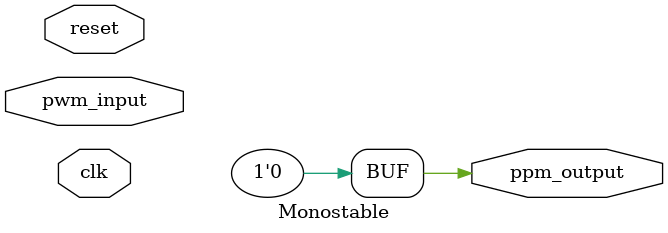
<source format=v>
module Monostable (
  input clk,
  input reset,
  input pwm_input,
  output reg ppm_output
);

reg [31:0] pulse_duration;
reg counter;

parameter PULSE_DURATION =10;


always @(negedge pwm_input) begin
    if(clk==1) begin
    ppm_output=1;
    #PULSE_DURATION ppm_output=0;
    end
    else begin
        ppm_output<=0;
    end
end
always @( clk==0 ) begin
     ppm_output<=0;
    end
endmodule

</source>
